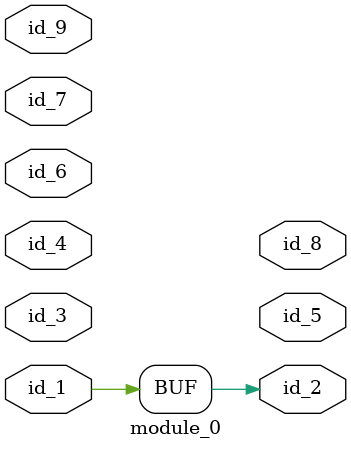
<source format=v>
module module_0 (
    id_1,
    id_2,
    id_3,
    id_4,
    id_5,
    id_6,
    id_7,
    id_8,
    id_9
);
  input id_9;
  output id_8;
  inout id_7;
  input id_6;
  output id_5;
  input id_4;
  inout id_3;
  output id_2;
  input id_1;
  assign id_2 = id_1;
endmodule

</source>
